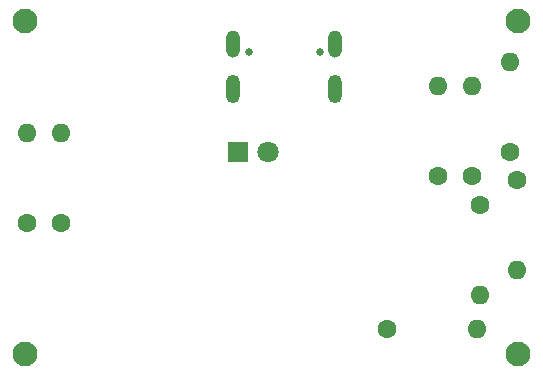
<source format=gbs>
%TF.GenerationSoftware,KiCad,Pcbnew,7.0.5*%
%TF.CreationDate,2023-07-24T14:08:39-04:00*%
%TF.ProjectId,GPSPCB,47505350-4342-42e6-9b69-6361645f7063,00*%
%TF.SameCoordinates,Original*%
%TF.FileFunction,Soldermask,Bot*%
%TF.FilePolarity,Negative*%
%FSLAX46Y46*%
G04 Gerber Fmt 4.6, Leading zero omitted, Abs format (unit mm)*
G04 Created by KiCad (PCBNEW 7.0.5) date 2023-07-24 14:08:39*
%MOMM*%
%LPD*%
G01*
G04 APERTURE LIST*
%ADD10C,2.100000*%
%ADD11C,1.600000*%
%ADD12O,1.600000X1.600000*%
%ADD13R,1.800000X1.800000*%
%ADD14C,1.800000*%
%ADD15C,0.630000*%
%ADD16C,0.600000*%
%ADD17O,1.158000X2.316000*%
%ADD18O,1.200000X2.400000*%
G04 APERTURE END LIST*
D10*
%TO.C,H2*%
X80500000Y-52700000D03*
%TD*%
D11*
%TO.C,L5*%
X119000000Y-68290000D03*
D12*
X119000000Y-75910000D03*
%TD*%
D11*
%TO.C,L2*%
X118300000Y-65810000D03*
D12*
X118300000Y-58190000D03*
%TD*%
D13*
%TO.C,D2*%
X98547000Y-63754000D03*
D14*
X101087000Y-63754000D03*
%TD*%
D11*
%TO.C,L3*%
X111130000Y-78720000D03*
D12*
X118750000Y-78720000D03*
%TD*%
D10*
%TO.C,H1*%
X122200000Y-52700000D03*
%TD*%
D11*
%TO.C,L7*%
X122100000Y-66140000D03*
D12*
X122100000Y-73760000D03*
%TD*%
D10*
%TO.C,H4*%
X122200000Y-80850000D03*
%TD*%
D11*
%TO.C,L8*%
X83550000Y-69810000D03*
D12*
X83550000Y-62190000D03*
%TD*%
D15*
%TO.C,J1*%
X99420000Y-55340000D03*
D16*
X105420000Y-55340000D03*
D15*
X105420000Y-55340000D03*
D17*
X98100000Y-54615000D03*
X106740000Y-54615000D03*
D18*
X98100000Y-58440000D03*
X106740000Y-58440000D03*
%TD*%
D11*
%TO.C,L4*%
X121500000Y-63810000D03*
D12*
X121500000Y-56190000D03*
%TD*%
D10*
%TO.C,H3*%
X80500000Y-80850000D03*
%TD*%
D11*
%TO.C,L6*%
X80650000Y-69810000D03*
D12*
X80650000Y-62190000D03*
%TD*%
D11*
%TO.C,L1*%
X115450000Y-65810000D03*
D12*
X115450000Y-58190000D03*
%TD*%
M02*

</source>
